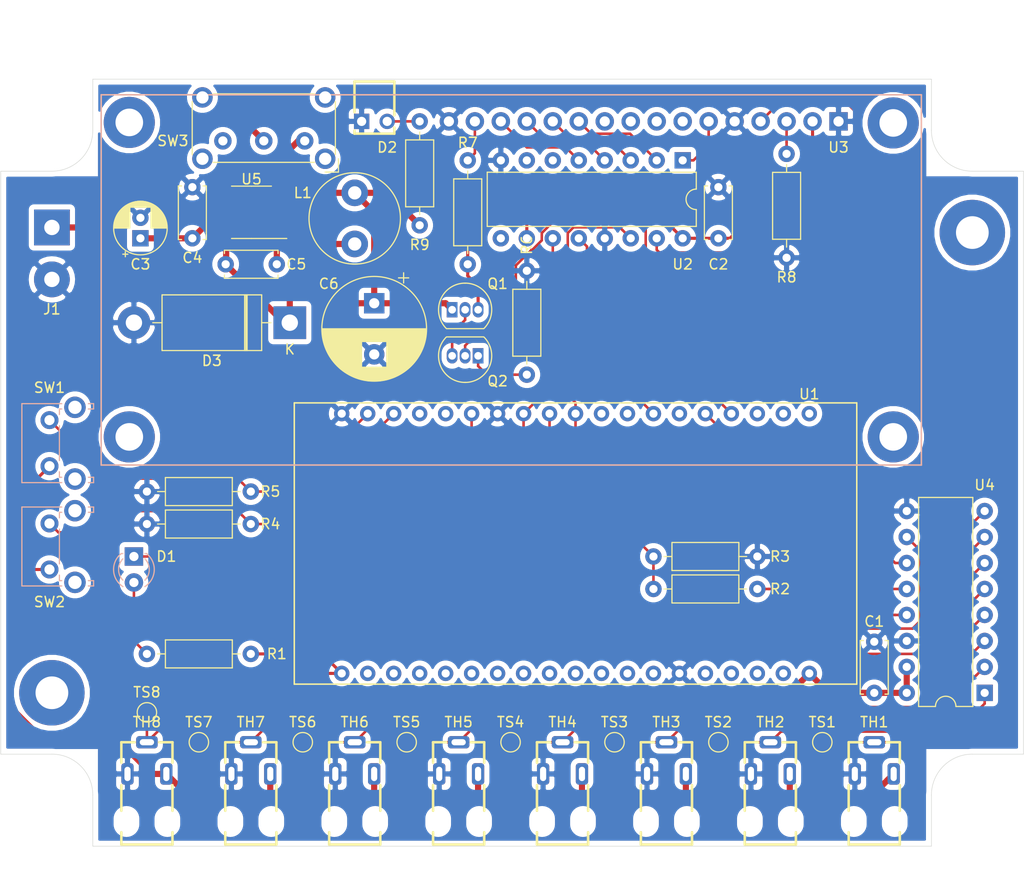
<source format=kicad_pcb>
(kicad_pcb (version 20171130) (host pcbnew "(5.1.5)-2")
  (title_block (title BBSensor) (date 2019-09-11) (rev V1.0) (comment 1 "Sensor and processing board for BBQ Sensor"))
  (layers (0 F.Cu signal) (31 B.Cu signal) (34 B.Paste user) (35 F.Paste user) (36 B.SilkS user) (37 F.SilkS user) (38 B.Mask user) (39 F.Mask user) (44 Edge.Cuts user))
  (net 0 "")
  (net 1 GND)
  (net 2 +5V)
  (net 3 "Net-(D1-Pad2)")
  (net 4 "Net-(D1-Pad1)")
  (net 5 "Net-(Q1-Pad2)")
  (net 6 +3V3)
  (net 7 /MISO_5V)
  (net 8 /MISO)
  (net 9 "Net-(R4-Pad1)")
  (net 10 "Net-(R5-Pad1)")
  (net 11 "Net-(R7-Pad2)")
  (net 12 "Net-(R8-Pad1)")
  (net 13 /SIGNAL1)
  (net 14 /SIGNAL2)
  (net 15 /SIGNAL3)
  (net 16 /SIGNAL4)
  (net 17 /SIGNAL5)
  (net 18 /SIGNAL6)
  (net 19 /SIGNAL7)
  (net 20 /SIGNAL8)
  (net 21 "Net-(U1-Pad38)")
  (net 22 /MOSI)
  (net 23 "Net-(U1-Pad36)")
  (net 24 "Net-(U1-Pad23)")
  (net 25 "Net-(U1-Pad24)")
  (net 26 /CS1)
  (net 27 /SCLK)
  (net 28 "Net-(U1-Pad37)")
  (net 29 "Net-(U1-Pad33)")
  (net 30 /CS2)
  (net 31 "Net-(U1-Pad31)")
  (net 32 "Net-(U1-Pad30)")
  (net 33 "Net-(U1-Pad17)")
  (net 34 "Net-(U1-Pad2)")
  (net 35 "Net-(U1-Pad3)")
  (net 36 "Net-(U1-Pad4)")
  (net 37 "Net-(U1-Pad5)")
  (net 38 "Net-(U1-Pad6)")
  (net 39 "Net-(U1-Pad7)")
  (net 40 "Net-(U1-Pad8)")
  (net 41 "Net-(U1-Pad18)")
  (net 42 "Net-(U1-Pad16)")
  (net 43 "Net-(U1-Pad15)")
  (net 44 "Net-(U1-Pad13)")
  (net 45 "Net-(U1-Pad12)")
  (net 46 "Net-(U1-Pad11)")
  (net 47 "Net-(U1-Pad10)")
  (net 48 "Net-(U1-Pad9)")
  (net 49 /RS)
  (net 50 "Net-(U2-Pad7)")
  (net 51 "Net-(U2-Pad6)")
  (net 52 /DB7)
  (net 53 /DB6)
  (net 54 /DB5)
  (net 55 /DB4)
  (net 56 "Net-(U2-Pad9)")
  (net 57 /ENABLE)
  (net 58 "Net-(U3-Pad10)")
  (net 59 "Net-(U3-Pad9)")
  (net 60 "Net-(U3-Pad8)")
  (net 61 "Net-(U3-Pad7)")
  (net 62 /VDISP)
  (net 63 "Net-(Q2-Pad1)")
  (net 64 "Net-(Q2-Pad2)")
  (net 65 /VIN)
  (net 66 "Net-(C5-Pad2)")
  (net 67 "Net-(C5-Pad1)")
  (net 68 "Net-(D2-Pad2)")
  (net 69 /VPOWER)
  (net 70 "Net-(SW3-Pad3)")
  (net 71 "Net-(U5-Pad3)")
  (net 72 "Net-(U5-Pad2)")
  (net 73 "Net-(U5-Pad5)")
  (module Package_SO:SOIC-8_3.9x4.9mm_P1.27mm (layer F.Cu) (at 44.515 33.02 180)
    (fp_text reference U5 (at 0.0015 3.2385) (layer F.SilkS))
    (fp_text value LM2672M-5.0)
    (pad 8 smd roundrect (at 2.475 -1.905 180) (size 1.95 0.6) (layers F.Cu F.Paste F.Mask) (net 67 "Net-(C5-Pad1)"))
    (pad 7 smd roundrect (at 2.475 -0.635 180) (size 1.95 0.6) (layers F.Cu F.Paste F.Mask) (net 65 /VIN))
    (pad 6 smd roundrect (at 2.475 0.635 180) (size 1.95 0.6) (layers F.Cu F.Paste F.Mask) (net 1 GND))
    (pad 5 smd roundrect (at 2.475 1.905 180) (size 1.95 0.6) (layers F.Cu F.Paste F.Mask) (net 73 "Net-(U5-Pad5)"))
    (pad 4 smd roundrect (at -2.475 1.905 180) (size 1.95 0.6) (layers F.Cu F.Paste F.Mask) (net 2 +5V))
    (pad 3 smd roundrect (at -2.475 0.635 180) (size 1.95 0.6) (layers F.Cu F.Paste F.Mask) (net 71 "Net-(U5-Pad3)"))
    (pad 2 smd roundrect (at -2.475 -0.635 180) (size 1.95 0.6) (layers F.Cu F.Paste F.Mask) (net 72 "Net-(U5-Pad2)"))
    (pad 1 smd roundrect (at -2.475 -1.905 180) (size 1.95 0.6) (layers F.Cu F.Paste F.Mask) (net 66 "Net-(C5-Pad2)"))
  )
  (module Button_Switch_THT:SW_E-Switch_EG1224_SPDT_Angled (layer F.Cu) (at 49.72 26.035 180)
    (fp_text reference SW3 (at 12.89 0) (layer F.SilkS))
    (fp_text value SW_SPDT)
    (pad 3 thru_hole circle (at 8 0 180) (size 1.7 1.7) (drill 0.9) (layers *.Cu *.Mask) (net 70 "Net-(SW3-Pad3)"))
    (pad 2 thru_hole circle (at 4 0 180) (size 1.7 1.7) (drill 0.9) (layers *.Cu *.Mask) (net 69 /VPOWER))
    (pad 1 thru_hole circle (at 0 0 180) (size 1.7 1.7) (drill 0.9) (layers *.Cu *.Mask) (net 65 /VIN))
    (pad "" thru_hole circle (at -2 4.25 180) (size 2 2) (drill 1.2) (layers *.Cu *.Mask))
    (pad "" thru_hole circle (at 10 4.25 180) (size 2 2) (drill 1.2) (layers *.Cu *.Mask))
    (pad "" thru_hole circle (at 10 -1.75 180) (size 2 2) (drill 1.2) (layers *.Cu *.Mask))
    (pad "" thru_hole circle (at -2 -1.75 180) (size 2 2) (drill 1.2) (layers *.Cu *.Mask))
  )
  (module Resistor_THT:R_Axial_DIN0207_L6.3mm_D2.5mm_P10.16mm_Horizontal (layer F.Cu) (at 60.96 34.29 90)
    (fp_text reference R9 (at -1.905 0 180) (layer F.SilkS))
    (fp_text value 220)
    (pad 2 thru_hole oval (at 10.16 0 90) (size 1.6 1.6) (drill 0.8) (layers *.Cu *.Mask) (net 68 "Net-(D2-Pad2)"))
    (pad 1 thru_hole circle (at 0 0 90) (size 1.6 1.6) (drill 0.8) (layers *.Cu *.Mask) (net 2 +5V))
  )
  (module Inductor_THT:L_Radial_D8.7mm_P5.00mm_Fastron_07HCP (layer F.Cu) (at 54.61 36.115 90)
    (fp_text reference L1 (at 5 -5.08 180) (layer F.SilkS))
    (fp_text value 47u)
    (pad 2 thru_hole circle (at 5 0 90) (size 2.6 2.6) (drill 1.3) (layers *.Cu *.Mask) (net 2 +5V))
    (pad 1 thru_hole circle (at 0 0 90) (size 2.6 2.6) (drill 1.3) (layers *.Cu *.Mask) (net 67 "Net-(C5-Pad1)"))
  )
  (module Connector_Wire:SolderWirePad_1x02_P5.08mm_Drill1.5mm (layer F.Cu) (at 25 34.5 270)
    (fp_text reference J1 (at 8 0 180) (layer F.SilkS))
    (fp_text value POWER)
    (pad 2 thru_hole circle (at 5.08 0 270) (size 3.50012 3.50012) (drill 1.50114) (layers *.Cu *.Mask) (net 1 GND))
    (pad 1 thru_hole rect (at 0 0 270) (size 3.50012 3.50012) (drill 1.50114) (layers *.Cu *.Mask) (net 69 /VPOWER))
  )
  (module Diode_THT:D_DO-201AD_P15.24mm_Horizontal (layer F.Cu) (at 48.26 43.815 180)
    (fp_text reference D3 (at 7.62 -3.72) (layer F.SilkS))
    (fp_text value 1N5822)
    (fp_text user K (at 0 -2.6) (layer F.SilkS))
    (pad 2 thru_hole oval (at 15.24 0 180) (size 3.2 3.2) (drill 1.6) (layers *.Cu *.Mask) (net 1 GND))
    (pad 1 thru_hole rect (at 0 0 180) (size 3.2 3.2) (drill 1.6) (layers *.Cu *.Mask) (net 67 "Net-(C5-Pad1)"))
  )
  (module VCC:5600F (layer F.Cu) (at 56.535 20.13)
    (fp_text reference D2 (at 1.25 6.54) (layer F.SilkS))
    (fp_text value POWER)
    (pad 2 thru_hole circle (at 1.25 4) (size 1.5 1.5) (drill 0.9) (layers *.Cu *.Mask) (net 68 "Net-(D2-Pad2)"))
    (pad 1 thru_hole rect (at -1.25 4) (size 1.5 1.5) (drill 0.9) (layers *.Cu *.Mask) (net 1 GND))
  )
  (module Capacitor_THT:CP_Radial_D10.0mm_P5.00mm (layer F.Cu) (at 56.515 41.91 270)
    (fp_text reference C6 (at -1.905 4.445 180) (layer F.SilkS))
    (fp_text value 68u)
    (pad 2 thru_hole circle (at 5 0 270) (size 2 2) (drill 1) (layers *.Cu *.Mask) (net 1 GND))
    (pad 1 thru_hole rect (at 0 0 270) (size 2 2) (drill 1) (layers *.Cu *.Mask) (net 2 +5V))
  )
  (module Capacitor_THT:C_Disc_D5.0mm_W2.5mm_P5.00mm (layer F.Cu) (at 41.99 38.1)
    (fp_text reference C5 (at 6.905 0) (layer F.SilkS))
    (fp_text value 10n)
    (pad 2 thru_hole circle (at 5 0) (size 1.6 1.6) (drill 0.8) (layers *.Cu *.Mask) (net 66 "Net-(C5-Pad2)"))
    (pad 1 thru_hole circle (at 0 0) (size 1.6 1.6) (drill 0.8) (layers *.Cu *.Mask) (net 67 "Net-(C5-Pad1)"))
  )
  (module Capacitor_THT:C_Disc_D5.0mm_W2.5mm_P5.00mm (layer F.Cu) (at 38.735 35.56 90)
    (fp_text reference C4 (at -1.905 0 180) (layer F.SilkS))
    (fp_text value 100n)
    (pad 2 thru_hole circle (at 5 0 90) (size 1.6 1.6) (drill 0.8) (layers *.Cu *.Mask) (net 1 GND))
    (pad 1 thru_hole circle (at 0 0 90) (size 1.6 1.6) (drill 0.8) (layers *.Cu *.Mask) (net 65 /VIN))
  )
  (module Capacitor_THT:CP_Radial_D5.0mm_P2.00mm (layer F.Cu) (at 33.655 35.56 90)
    (fp_text reference C3 (at -2.54 0 180) (layer F.SilkS))
    (fp_text value 100u)
    (pad 2 thru_hole circle (at 2 0 90) (size 1.6 1.6) (drill 0.8) (layers *.Cu *.Mask) (net 1 GND))
    (pad 1 thru_hole rect (at 0 0 90) (size 1.6 1.6) (drill 0.8) (layers *.Cu *.Mask) (net 65 /VIN))
  )
  (module Collection:ESP-32_NodeMCU (layer F.Cu) (at 76.2 65.405 90)
    (fp_text reference U1 (at 14.605 22.86 180) (layer F.SilkS))
    (fp_text value ESP-32_NodeMCU)
    (pad 38 thru_hole circle (at 12.7 22.86 90) (size 1.5 1.5) (drill 0.8) (layers *.Cu *.Mask) (net 21 "Net-(U1-Pad38)"))
    (pad 29 thru_hole circle (at 12.7 0 90) (size 1.5 1.5) (drill 0.8) (layers *.Cu *.Mask) (net 22 /MOSI))
    (pad 28 thru_hole circle (at 12.7 -2.54 90) (size 1.5 1.5) (drill 0.8) (layers *.Cu *.Mask) (net 7 /MISO_5V))
    (pad 36 thru_hole circle (at 12.7 17.78 90) (size 1.5 1.5) (drill 0.8) (layers *.Cu *.Mask) (net 23 "Net-(U1-Pad36)"))
    (pad 20 thru_hole circle (at 12.7 -22.86 90) (size 1.5 1.5) (drill 0.8) (layers *.Cu *.Mask) (net 1 GND))
    (pad 21 thru_hole circle (at 12.7 -20.32 90) (size 1.5 1.5) (drill 0.8) (layers *.Cu *.Mask) (net 10 "Net-(R5-Pad1)"))
    (pad 22 thru_hole circle (at 12.7 -17.78 90) (size 1.5 1.5) (drill 0.8) (layers *.Cu *.Mask) (net 9 "Net-(R4-Pad1)"))
    (pad 23 thru_hole circle (at 12.7 -15.24 90) (size 1.5 1.5) (drill 0.8) (layers *.Cu *.Mask) (net 24 "Net-(U1-Pad23)"))
    (pad 24 thru_hole circle (at 12.7 -12.7 90) (size 1.5 1.5) (drill 0.8) (layers *.Cu *.Mask) (net 25 "Net-(U1-Pad24)"))
    (pad 25 thru_hole circle (at 12.7 -10.16 90) (size 1.5 1.5) (drill 0.8) (layers *.Cu *.Mask) (net 26 /CS1))
    (pad 26 thru_hole circle (at 12.7 -7.62 90) (size 1.5 1.5) (drill 0.8) (layers *.Cu *.Mask) (net 1 GND))
    (pad 27 thru_hole circle (at 12.7 -5.08 90) (size 1.5 1.5) (drill 0.8) (layers *.Cu *.Mask) (net 27 /SCLK))
    (pad 37 thru_hole circle (at 12.7 20.32 90) (size 1.5 1.5) (drill 0.8) (layers *.Cu *.Mask) (net 28 "Net-(U1-Pad37)"))
    (pad 35 thru_hole circle (at 12.7 15.24 90) (size 1.5 1.5) (drill 0.8) (layers *.Cu *.Mask) (net 64 "Net-(Q2-Pad2)"))
    (pad 34 thru_hole circle (at 12.7 12.7 90) (size 1.5 1.5) (drill 0.8) (layers *.Cu *.Mask) (net 4 "Net-(D1-Pad1)"))
    (pad 33 thru_hole circle (at 12.7 10.16 90) (size 1.5 1.5) (drill 0.8) (layers *.Cu *.Mask) (net 29 "Net-(U1-Pad33)"))
    (pad 32 thru_hole circle (at 12.7 7.62 90) (size 1.5 1.5) (drill 0.8) (layers *.Cu *.Mask) (net 30 /CS2))
    (pad 31 thru_hole circle (at 12.7 5.08 90) (size 1.5 1.5) (drill 0.8) (layers *.Cu *.Mask) (net 31 "Net-(U1-Pad31)"))
    (pad 30 thru_hole circle (at 12.7 2.54 90) (size 1.5 1.5) (drill 0.8) (layers *.Cu *.Mask) (net 32 "Net-(U1-Pad30)"))
    (pad 19 thru_hole circle (at -12.7 22.86 90) (size 1.5 1.5) (drill 0.8) (layers *.Cu *.Mask) (net 2 +5V))
    (pad 17 thru_hole circle (at -12.7 17.78 90) (size 1.5 1.5) (drill 0.8) (layers *.Cu *.Mask) (net 33 "Net-(U1-Pad17)"))
    (pad 1 thru_hole circle (at -12.7 -22.86 90) (size 1.5 1.5) (drill 0.8) (layers *.Cu *.Mask) (net 6 +3V3))
    (pad 2 thru_hole circle (at -12.7 -20.32 90) (size 1.5 1.5) (drill 0.8) (layers *.Cu *.Mask) (net 34 "Net-(U1-Pad2)"))
    (pad 3 thru_hole circle (at -12.7 -17.78 90) (size 1.5 1.5) (drill 0.8) (layers *.Cu *.Mask) (net 35 "Net-(U1-Pad3)"))
    (pad 4 thru_hole circle (at -12.7 -15.24 90) (size 1.5 1.5) (drill 0.8) (layers *.Cu *.Mask) (net 36 "Net-(U1-Pad4)"))
    (pad 5 thru_hole circle (at -12.7 -12.7 90) (size 1.5 1.5) (drill 0.8) (layers *.Cu *.Mask) (net 37 "Net-(U1-Pad5)"))
    (pad 6 thru_hole circle (at -12.7 -10.16 90) (size 1.5 1.5) (drill 0.8) (layers *.Cu *.Mask) (net 38 "Net-(U1-Pad6)"))
    (pad 7 thru_hole circle (at -12.7 -7.62 90) (size 1.5 1.5) (drill 0.8) (layers *.Cu *.Mask) (net 39 "Net-(U1-Pad7)"))
    (pad 8 thru_hole circle (at -12.7 -5.08 90) (size 1.5 1.5) (drill 0.8) (layers *.Cu *.Mask) (net 40 "Net-(U1-Pad8)"))
    (pad 18 thru_hole circle (at -12.7 20.32 90) (size 1.5 1.5) (drill 0.8) (layers *.Cu *.Mask) (net 41 "Net-(U1-Pad18)"))
    (pad 16 thru_hole circle (at -12.7 15.24 90) (size 1.5 1.5) (drill 0.8) (layers *.Cu *.Mask) (net 42 "Net-(U1-Pad16)"))
    (pad 15 thru_hole circle (at -12.7 12.7 90) (size 1.5 1.5) (drill 0.8) (layers *.Cu *.Mask) (net 43 "Net-(U1-Pad15)"))
    (pad 14 thru_hole circle (at -12.7 10.16 90) (size 1.5 1.5) (drill 0.8) (layers *.Cu *.Mask) (net 1 GND))
    (pad 13 thru_hole circle (at -12.7 7.62 90) (size 1.5 1.5) (drill 0.8) (layers *.Cu *.Mask) (net 44 "Net-(U1-Pad13)"))
    (pad 12 thru_hole circle (at -12.7 5.08 90) (size 1.5 1.5) (drill 0.8) (layers *.Cu *.Mask) (net 45 "Net-(U1-Pad12)"))
    (pad 11 thru_hole circle (at -12.7 2.54 90) (size 1.5 1.5) (drill 0.8) (layers *.Cu *.Mask) (net 46 "Net-(U1-Pad11)"))
    (pad 10 thru_hole circle (at -12.7 0 90) (size 1.5 1.5) (drill 0.8) (layers *.Cu *.Mask) (net 47 "Net-(U1-Pad10)"))
    (pad 9 thru_hole circle (at -12.7 -2.54 90) (size 1.5 1.5) (drill 0.8) (layers *.Cu *.Mask) (net 48 "Net-(U1-Pad9)"))
  )
  (module Package_TO_SOT_THT:TO-92_Inline (layer F.Cu) (at 66.675 47.0535 180)
    (fp_text reference Q2 (at -1.905 -2.4765) (layer F.SilkS))
    (fp_text value S8050)
    (pad 1 thru_hole rect (at 0 0 180) (size 1.05 1.5) (drill 0.75) (layers *.Cu *.Mask) (net 63 "Net-(Q2-Pad1)"))
    (pad 3 thru_hole oval (at 2.54 0 180) (size 1.05 1.5) (drill 0.75) (layers *.Cu *.Mask) (net 5 "Net-(Q1-Pad2)"))
    (pad 2 thru_hole oval (at 1.27 0 180) (size 1.05 1.5) (drill 0.75) (layers *.Cu *.Mask) (net 64 "Net-(Q2-Pad2)"))
  )
  (module Collection:HD44780_LCD_2x16 (layer B.Cu) (at 69.9175 39.63 180)
    (fp_text reference U3 (at -32 12.96) (layer F.SilkS))
    (fp_text value HD44780)
    (pad 16 thru_hole circle (at 6.1 15.5 180) (size 1.8 1.8) (drill 1) (layers *.Cu *.Mask) (net 1 GND))
    (pad 15 thru_hole circle (at 3.56 15.5 180) (size 1.8 1.8) (drill 1) (layers *.Cu *.Mask) (net 11 "Net-(R7-Pad2)"))
    (pad 14 thru_hole circle (at 1.02 15.5 180) (size 1.8 1.8) (drill 1) (layers *.Cu *.Mask) (net 52 /DB7))
    (pad 13 thru_hole circle (at -1.52 15.5 180) (size 1.8 1.8) (drill 1) (layers *.Cu *.Mask) (net 53 /DB6))
    (pad 12 thru_hole circle (at -4.06 15.5 180) (size 1.8 1.8) (drill 1) (layers *.Cu *.Mask) (net 54 /DB5))
    (pad 11 thru_hole circle (at -6.6 15.5 180) (size 1.8 1.8) (drill 1) (layers *.Cu *.Mask) (net 55 /DB4))
    (pad 10 thru_hole circle (at -9.14 15.5 180) (size 1.8 1.8) (drill 1) (layers *.Cu *.Mask) (net 58 "Net-(U3-Pad10)"))
    (pad 9 thru_hole circle (at -11.68 15.5 180) (size 1.8 1.8) (drill 1) (layers *.Cu *.Mask) (net 59 "Net-(U3-Pad9)"))
    (pad 8 thru_hole circle (at -14.22 15.5 180) (size 1.8 1.8) (drill 1) (layers *.Cu *.Mask) (net 60 "Net-(U3-Pad8)"))
    (pad 7 thru_hole circle (at -16.76 15.5 180) (size 1.8 1.8) (drill 1) (layers *.Cu *.Mask) (net 61 "Net-(U3-Pad7)"))
    (pad 6 thru_hole circle (at -19.3 15.5 180) (size 1.8 1.8) (drill 1) (layers *.Cu *.Mask) (net 57 /ENABLE))
    (pad 5 thru_hole circle (at -21.84 15.5 180) (size 1.8 1.8) (drill 1) (layers *.Cu *.Mask) (net 1 GND))
    (pad 4 thru_hole circle (at -24.38 15.5 180) (size 1.8 1.8) (drill 1) (layers *.Cu *.Mask) (net 49 /RS))
    (pad 3 thru_hole circle (at -26.92 15.5 180) (size 1.8 1.8) (drill 1) (layers *.Cu *.Mask) (net 12 "Net-(R8-Pad1)"))
    (pad 2 thru_hole circle (at -29.46 15.5 180) (size 1.8 1.8) (drill 1) (layers *.Cu *.Mask) (net 62 /VDISP))
    (pad 1 thru_hole rect (at -32 15.5 180) (size 1.8 1.8) (drill 1) (layers *.Cu *.Mask) (net 1 GND))
    (pad "" np_thru_hole circle (at 37.35 -15.35 180) (size 5 5) (drill 2.7) (layers *.Cu *.Mask))
    (pad "" np_thru_hole circle (at -37.35 -15.35 180) (size 5 5) (drill 2.7) (layers *.Cu *.Mask))
    (pad "" np_thru_hole circle (at 37.35 15.4 180) (size 5 5) (drill 2.7) (layers *.Cu *.Mask))
    (pad "" np_thru_hole circle (at -37.35 15.35 180) (size 5 5) (drill 2.7) (layers *.Cu *.Mask))
  )
  (module Button_Switch_THT:SW_Tactile_SPST_Angled_PTS645Vx31-2LFS (layer B.Cu) (at 24.765 63.445 270)
    (fp_text reference SW2 (at 7.675 0) (layer F.SilkS))
    (fp_text value SW_Push)
    (pad "" thru_hole circle (at -1.25 -2.49 270) (size 2.1 2.1) (drill 1.3) (layers *.Cu *.Mask))
    (pad 1 thru_hole circle (at 0 0 270) (size 1.75 1.75) (drill 0.99) (layers *.Cu *.Mask) (net 9 "Net-(R4-Pad1)"))
    (pad 2 thru_hole circle (at 4.5 0 270) (size 1.75 1.75) (drill 0.99) (layers *.Cu *.Mask) (net 6 +3V3))
    (pad "" thru_hole circle (at 5.76 -2.49 270) (size 2.1 2.1) (drill 1.3) (layers *.Cu *.Mask))
  )
  (module Button_Switch_THT:SW_Tactile_SPST_Angled_PTS645Vx31-2LFS (layer B.Cu) (at 24.765 53.34 270)
    (fp_text reference SW1 (at -3.175 0) (layer F.SilkS))
    (fp_text value SW_Push)
    (pad "" thru_hole circle (at -1.25 -2.49 270) (size 2.1 2.1) (drill 1.3) (layers *.Cu *.Mask))
    (pad 1 thru_hole circle (at 0 0 270) (size 1.75 1.75) (drill 0.99) (layers *.Cu *.Mask) (net 10 "Net-(R5-Pad1)"))
    (pad 2 thru_hole circle (at 4.5 0 270) (size 1.75 1.75) (drill 0.99) (layers *.Cu *.Mask) (net 6 +3V3))
    (pad "" thru_hole circle (at 5.76 -2.49 270) (size 2.1 2.1) (drill 1.3) (layers *.Cu *.Mask))
  )
  (module LED_THT:LED_D3.0mm (layer B.Cu) (at 33.02 66.675 270)
    (fp_text reference D1 (at 0 -3.175) (layer F.SilkS))
    (fp_text value GREEN hide)
    (pad 2 thru_hole circle (at 2.54 0 270) (size 1.8 1.8) (drill 0.9) (layers *.Cu *.Mask) (net 3 "Net-(D1-Pad2)"))
    (pad 1 thru_hole rect (at 0 0 270) (size 1.8 1.8) (drill 0.9) (layers *.Cu *.Mask) (net 4 "Net-(D1-Pad1)"))
  )
  (module MountingHole:MountingHole_3.2mm_M3_Pad (layer F.Cu) (at 25 80)
    (fp_text reference ~ hide)
    (fp_text value MountingHole_3.2mm_M3_Pad)
    (pad ~ thru_hole circle (at 0 0) (size 6.4 6.4) (drill 3.2) (layers *.Cu *.Mask))
  )
  (module MountingHole:MountingHole_3.2mm_M3_Pad (layer F.Cu) (at 115 35)
    (fp_text reference ~ hide)
    (fp_text value MountingHole_3.2mm_M3_Pad)
    (pad ~ thru_hole circle (at 0 0) (size 6.4 6.4) (drill 3.2) (layers *.Cu *.Mask))
  )
  (module Package_DIP:DIP-16_W7.62mm (layer F.Cu) (at 116.205 80.01 180)
    (fp_text reference U4 (at 0 20.32) (layer F.SilkS))
    (fp_text value MCP3208)
    (pad 16 thru_hole oval (at 7.62 0 180) (size 1.6 1.6) (drill 0.8) (layers *.Cu *.Mask) (net 2 +5V))
    (pad 8 thru_hole oval (at 0 17.78 180) (size 1.6 1.6) (drill 0.8) (layers *.Cu *.Mask) (net 20 /SIGNAL8))
    (pad 15 thru_hole oval (at 7.62 2.54 180) (size 1.6 1.6) (drill 0.8) (layers *.Cu *.Mask) (net 2 +5V))
    (pad 7 thru_hole oval (at 0 15.24 180) (size 1.6 1.6) (drill 0.8) (layers *.Cu *.Mask) (net 19 /SIGNAL7))
    (pad 14 thru_hole oval (at 7.62 5.08 180) (size 1.6 1.6) (drill 0.8) (layers *.Cu *.Mask) (net 1 GND))
    (pad 6 thru_hole oval (at 0 12.7 180) (size 1.6 1.6) (drill 0.8) (layers *.Cu *.Mask) (net 18 /SIGNAL6))
    (pad 13 thru_hole oval (at 7.62 7.62 180) (size 1.6 1.6) (drill 0.8) (layers *.Cu *.Mask) (net 27 /SCLK))
    (pad 5 thru_hole oval (at 0 10.16 180) (size 1.6 1.6) (drill 0.8) (layers *.Cu *.Mask) (net 17 /SIGNAL5))
    (pad 12 thru_hole oval (at 7.62 10.16 180) (size 1.6 1.6) (drill 0.8) (layers *.Cu *.Mask) (net 8 /MISO))
    (pad 4 thru_hole oval (at 0 7.62 180) (size 1.6 1.6) (drill 0.8) (layers *.Cu *.Mask) (net 16 /SIGNAL4))
    (pad 11 thru_hole oval (at 7.62 12.7 180) (size 1.6 1.6) (drill 0.8) (layers *.Cu *.Mask) (net 22 /MOSI))
    (pad 3 thru_hole oval (at 0 5.08 180) (size 1.6 1.6) (drill 0.8) (layers *.Cu *.Mask) (net 15 /SIGNAL3))
    (pad 10 thru_hole oval (at 7.62 15.24 180) (size 1.6 1.6) (drill 0.8) (layers *.Cu *.Mask) (net 26 /CS1))
    (pad 2 thru_hole oval (at 0 2.54 180) (size 1.6 1.6) (drill 0.8) (layers *.Cu *.Mask) (net 14 /SIGNAL2))
    (pad 9 thru_hole oval (at 7.62 17.78 180) (size 1.6 1.6) (drill 0.8) (layers *.Cu *.Mask) (net 1 GND))
    (pad 1 thru_hole rect (at 0 0 180) (size 1.6 1.6) (drill 0.8) (layers *.Cu *.Mask) (net 13 /SIGNAL1))
  )
  (module Package_DIP:DIP-16_W7.62mm (layer F.Cu) (at 86.6775 27.94 270)
    (fp_text reference U2 (at 10.16 0 180) (layer F.SilkS))
    (fp_text value 74HC595)
    (pad 16 thru_hole oval (at 7.62 0 270) (size 1.6 1.6) (drill 0.8) (layers *.Cu *.Mask) (net 62 /VDISP))
    (pad 8 thru_hole oval (at 0 17.78 270) (size 1.6 1.6) (drill 0.8) (layers *.Cu *.Mask) (net 1 GND))
    (pad 15 thru_hole oval (at 7.62 2.54 270) (size 1.6 1.6) (drill 0.8) (layers *.Cu *.Mask) (net 49 /RS))
    (pad 7 thru_hole oval (at 0 15.24 270) (size 1.6 1.6) (drill 0.8) (layers *.Cu *.Mask) (net 50 "Net-(U2-Pad7)"))
    (pad 14 thru_hole oval (at 7.62 5.08 270) (size 1.6 1.6) (drill 0.8) (layers *.Cu *.Mask) (net 22 /MOSI))
    (pad 6 thru_hole oval (at 0 12.7 270) (size 1.6 1.6) (drill 0.8) (layers *.Cu *.Mask) (net 51 "Net-(U2-Pad6)"))
    (pad 13 thru_hole oval (at 7.62 7.62 270) (size 1.6 1.6) (drill 0.8) (layers *.Cu *.Mask) (net 1 GND))
    (pad 5 thru_hole oval (at 0 10.16 270) (size 1.6 1.6) (drill 0.8) (layers *.Cu *.Mask) (net 52 /DB7))
    (pad 12 thru_hole oval (at 7.62 10.16 270) (size 1.6 1.6) (drill 0.8) (layers *.Cu *.Mask) (net 30 /CS2))
    (pad 4 thru_hole oval (at 0 7.62 270) (size 1.6 1.6) (drill 0.8) (layers *.Cu *.Mask) (net 53 /DB6))
    (pad 11 thru_hole oval (at 7.62 12.7 270) (size 1.6 1.6) (drill 0.8) (layers *.Cu *.Mask) (net 27 /SCLK))
    (pad 3 thru_hole oval (at 0 5.08 270) (size 1.6 1.6) (drill 0.8) (layers *.Cu *.Mask) (net 54 /DB5))
    (pad 10 thru_hole oval (at 7.62 15.24 270) (size 1.6 1.6) (drill 0.8) (layers *.Cu *.Mask) (net 62 /VDISP))
    (pad 2 thru_hole oval (at 0 2.54 270) (size 1.6 1.6) (drill 0.8) (layers *.Cu *.Mask) (net 55 /DB4))
    (pad 9 thru_hole oval (at 7.62 17.78 270) (size 1.6 1.6) (drill 0.8) (layers *.Cu *.Mask) (net 56 "Net-(U2-Pad9)"))
    (pad 1 thru_hole rect (at 0 0 270) (size 1.6 1.6) (drill 0.8) (layers *.Cu *.Mask) (net 57 /ENABLE))
  )
  (module TestPoint:TestPoint_Pad_D1.5mm (layer F.Cu) (at 34.29 81.915)
    (fp_text reference TS8 (at 0 -1.9685) (layer F.SilkS))
    (fp_text value TestPoint)
    (pad 1 smd circle (at 0 0) (size 1.5 1.5) (layers F.Cu F.Mask) (net 20 /SIGNAL8))
  )
  (module TestPoint:TestPoint_Pad_D1.5mm (layer F.Cu) (at 39.37 84.836)
    (fp_text reference TS7 (at 0 -1.9685) (layer F.SilkS))
    (fp_text value TestPoint)
    (pad 1 smd circle (at 0 0) (size 1.5 1.5) (layers F.Cu F.Mask) (net 19 /SIGNAL7))
  )
  (module TestPoint:TestPoint_Pad_D1.5mm (layer F.Cu) (at 49.53 84.836)
    (fp_text reference TS6 (at 0 -1.9685) (layer F.SilkS))
    (fp_text value TestPoint)
    (pad 1 smd circle (at 0 0) (size 1.5 1.5) (layers F.Cu F.Mask) (net 18 /SIGNAL6))
  )
  (module TestPoint:TestPoint_Pad_D1.5mm (layer F.Cu) (at 59.69 84.836)
    (fp_text reference TS5 (at 0 -1.9685) (layer F.SilkS))
    (fp_text value TestPoint)
    (pad 1 smd circle (at 0 0) (size 1.5 1.5) (layers F.Cu F.Mask) (net 17 /SIGNAL5))
  )
  (module TestPoint:TestPoint_Pad_D1.5mm (layer F.Cu) (at 69.85 84.836)
    (fp_text reference TS4 (at 0 -1.9685) (layer F.SilkS))
    (fp_text value TestPoint)
    (pad 1 smd circle (at 0 0) (size 1.5 1.5) (layers F.Cu F.Mask) (net 16 /SIGNAL4))
  )
  (module TestPoint:TestPoint_Pad_D1.5mm (layer F.Cu) (at 80.01 84.836)
    (fp_text reference TS3 (at 0 -1.9685) (layer F.SilkS))
    (fp_text value TestPoint)
    (pad 1 smd circle (at 0 0) (size 1.5 1.5) (layers F.Cu F.Mask) (net 15 /SIGNAL3))
  )
  (module TestPoint:TestPoint_Pad_D1.5mm (layer F.Cu) (at 90.17 84.836)
    (fp_text reference TS2 (at 0 -1.9685) (layer F.SilkS))
    (fp_text value TestPoint)
    (pad 1 smd circle (at 0 0) (size 1.5 1.5) (layers F.Cu F.Mask) (net 14 /SIGNAL2))
  )
  (module TestPoint:TestPoint_Pad_D1.5mm (layer F.Cu) (at 100.33 84.836)
    (fp_text reference TS1 (at 0 -1.9685) (layer F.SilkS))
    (fp_text value TestPoint)
    (pad 1 smd circle (at 0 0) (size 1.5 1.5) (layers F.Cu F.Mask) (net 13 /SIGNAL1))
  )
  (module Lumberg:LUMBERG_1501_05 (layer F.Cu) (at 34.29 94.836 180)
    (fp_text reference TH8 (at 0 11.9685) (layer F.SilkS))
    (fp_text value AudioJack3)
    (pad R thru_hole roundrect (at -1.9 6.9 180) (size 1.2 2.1) (drill oval 0.6 1.4) (layers *.Cu *.Mask) (net 2 +5V))
    (pad T thru_hole roundrect (at 0 10 180) (size 2.1 1.2) (drill oval 1.4 0.6) (layers *.Cu *.Mask) (net 20 /SIGNAL8))
    (pad S thru_hole roundrect (at 1.9 6.9 180) (size 1.2 2.1) (drill oval 0.6 1.4) (layers *.Cu *.Mask) (net 1 GND))
    (pad "" np_thru_hole oval (at -2 2.25 180) (size 1.5 2) (drill oval 1.5 2) (layers *.Cu *.Mask))
    (pad "" np_thru_hole oval (at 2 2.25 180) (size 1.5 2) (drill oval 1.5 2) (layers *.Cu *.Mask))
  )
  (module Lumberg:LUMBERG_1501_05 (layer F.Cu) (at 44.45 94.836 180)
    (fp_text reference TH7 (at 0 11.9685) (layer F.SilkS))
    (fp_text value AudioJack3)
    (pad R thru_hole roundrect (at -1.9 6.9 180) (size 1.2 2.1) (drill oval 0.6 1.4) (layers *.Cu *.Mask) (net 2 +5V))
    (pad T thru_hole roundrect (at 0 10 180) (size 2.1 1.2) (drill oval 1.4 0.6) (layers *.Cu *.Mask) (net 19 /SIGNAL7))
    (pad S thru_hole roundrect (at 1.9 6.9 180) (size 1.2 2.1) (drill oval 0.6 1.4) (layers *.Cu *.Mask) (net 1 GND))
    (pad "" np_thru_hole oval (at -2 2.25 180) (size 1.5 2) (drill oval 1.5 2) (layers *.Cu *.Mask))
    (pad "" np_thru_hole oval (at 2 2.25 180) (size 1.5 2) (drill oval 1.5 2) (layers *.Cu *.Mask))
  )
  (module Lumberg:LUMBERG_1501_05 (layer F.Cu) (at 54.61 94.836 180)
    (fp_text reference TH6 (at 0 11.9685) (layer F.SilkS))
    (fp_text value AudioJack3)
    (pad R thru_hole roundrect (at -1.9 6.9 180) (size 1.2 2.1) (drill oval 0.6 1.4) (layers *.Cu *.Mask) (net 2 +5V))
    (pad T thru_hole roundrect (at 0 10 180) (size 2.1 1.2) (drill oval 1.4 0.6) (layers *.Cu *.Mask) (net 18 /SIGNAL6))
    (pad S thru_hole roundrect (at 1.9 6.9 180) (size 1.2 2.1) (drill oval 0.6 1.4) (layers *.Cu *.Mask) (net 1 GND))
    (pad "" np_thru_hole oval (at -2 2.25 180) (size 1.5 2) (drill oval 1.5 2) (layers *.Cu *.Mask))
    (pad "" np_thru_hole oval (at 2 2.25 180) (size 1.5 2) (drill oval 1.5 2) (layers *.Cu *.Mask))
  )
  (module Lumberg:LUMBERG_1501_05 (layer F.Cu) (at 64.77 94.836 180)
    (fp_text reference TH5 (at 0 11.9685) (layer F.SilkS))
    (fp_text value AudioJack3)
    (pad R thru_hole roundrect (at -1.9 6.9 180) (size 1.2 2.1) (drill oval 0.6 1.4) (layers *.Cu *.Mask) (net 2 +5V))
    (pad T thru_hole roundrect (at 0 10 180) (size 2.1 1.2) (drill oval 1.4 0.6) (layers *.Cu *.Mask) (net 17 /SIGNAL5))
    (pad S thru_hole roundrect (at 1.9 6.9 180) (size 1.2 2.1) (drill oval 0.6 1.4) (layers *.Cu *.Mask) (net 1 GND))
    (pad "" np_thru_hole oval (at -2 2.25 180) (size 1.5 2) (drill oval 1.5 2) (layers *.Cu *.Mask))
    (pad "" np_thru_hole oval (at 2 2.25 180) (size 1.5 2) (drill oval 1.5 2) (layers *.Cu *.Mask))
  )
  (module Lumberg:LUMBERG_1501_05 (layer F.Cu) (at 74.93 94.836 180)
    (fp_text reference TH4 (at 0 11.9685) (layer F.SilkS))
    (fp_text value AudioJack3)
    (pad R thru_hole roundrect (at -1.9 6.9 180) (size 1.2 2.1) (drill oval 0.6 1.4) (layers *.Cu *.Mask) (net 2 +5V))
    (pad T thru_hole roundrect (at 0 10 180) (size 2.1 1.2) (drill oval 1.4 0.6) (layers *.Cu *.Mask) (net 16 /SIGNAL4))
    (pad S thru_hole roundrect (at 1.9 6.9 180) (size 1.2 2.1) (drill oval 0.6 1.4) (layers *.Cu *.Mask) (net 1 GND))
    (pad "" np_thru_hole oval (at -2 2.25 180) (size 1.5 2) (drill oval 1.5 2) (layers *.Cu *.Mask))
    (pad "" np_thru_hole oval (at 2 2.25 180) (size 1.5 2) (drill oval 1.5 2) (layers *.Cu *.Mask))
  )
  (module Lumberg:LUMBERG_1501_05 (layer F.Cu) (at 85.09 94.836 180)
    (fp_text reference TH3 (at 0 11.9685) (layer F.SilkS))
    (fp_text value AudioJack3)
    (pad R thru_hole roundrect (at -1.9 6.9 180) (size 1.2 2.1) (drill oval 0.6 1.4) (layers *.Cu *.Mask) (net 2 +5V))
    (pad T thru_hole roundrect (at 0 10 180) (size 2.1 1.2) (drill oval 1.4 0.6) (layers *.Cu *.Mask) (net 15 /SIGNAL3))
    (pad S thru_hole roundrect (at 1.9 6.9 180) (size 1.2 2.1) (drill oval 0.6 1.4) (layers *.Cu *.Mask) (net 1 GND))
    (pad "" np_thru_hole oval (at -2 2.25 180) (size 1.5 2) (drill oval 1.5 2) (layers *.Cu *.Mask))
    (pad "" np_thru_hole oval (at 2 2.25 180) (size 1.5 2) (drill oval 1.5 2) (layers *.Cu *.Mask))
  )
  (module Lumberg:LUMBERG_1501_05 (layer F.Cu) (at 95.25 94.836 180)
    (fp_text reference TH2 (at 0 11.9685) (layer F.SilkS))
    (fp_text value AudioJack3)
    (pad R thru_hole roundrect (at -1.9 6.9 180) (size 1.2 2.1) (drill oval 0.6 1.4) (layers *.Cu *.Mask) (net 2 +5V))
    (pad T thru_hole roundrect (at 0 10 180) (size 2.1 1.2) (drill oval 1.4 0.6) (layers *.Cu *.Mask) (net 14 /SIGNAL2))
    (pad S thru_hole roundrect (at 1.9 6.9 180) (size 1.2 2.1) (drill oval 0.6 1.4) (layers *.Cu *.Mask) (net 1 GND))
    (pad "" np_thru_hole oval (at -2 2.25 180) (size 1.5 2) (drill oval 1.5 2) (layers *.Cu *.Mask))
    (pad "" np_thru_hole oval (at 2 2.25 180) (size 1.5 2) (drill oval 1.5 2) (layers *.Cu *.Mask))
  )
  (module Lumberg:LUMBERG_1501_05 (layer F.Cu) (at 105.41 94.836 180)
    (fp_text reference TH1 (at 0 11.9685) (layer F.SilkS))
    (fp_text value AudioJack3)
    (pad R thru_hole roundrect (at -1.9 6.9 180) (size 1.2 2.1) (drill oval 0.6 1.4) (layers *.Cu *.Mask) (net 2 +5V))
    (pad T thru_hole roundrect (at 0 10 180) (size 2.1 1.2) (drill oval 1.4 0.6) (layers *.Cu *.Mask) (net 13 /SIGNAL1))
    (pad S thru_hole roundrect (at 1.9 6.9 180) (size 1.2 2.1) (drill oval 0.6 1.4) (layers *.Cu *.Mask) (net 1 GND))
    (pad "" np_thru_hole oval (at -2 2.25 180) (size 1.5 2) (drill oval 1.5 2) (layers *.Cu *.Mask))
    (pad "" np_thru_hole oval (at 2 2.25 180) (size 1.5 2) (drill oval 1.5 2) (layers *.Cu *.Mask))
  )
  (module Resistor_THT:R_Axial_DIN0207_L6.3mm_D2.5mm_P10.16mm_Horizontal (layer F.Cu) (at 96.8375 27.305 270)
    (fp_text reference R8 (at 12.065 0 180) (layer F.SilkS))
    (fp_text value 2k)
    (pad 2 thru_hole oval (at 10.16 0 270) (size 1.6 1.6) (drill 0.8) (layers *.Cu *.Mask) (net 1 GND))
    (pad 1 thru_hole circle (at 0 0 270) (size 1.6 1.6) (drill 0.8) (layers *.Cu *.Mask) (net 12 "Net-(R8-Pad1)"))
  )
  (module Resistor_THT:R_Axial_DIN0207_L6.3mm_D2.5mm_P10.16mm_Horizontal (layer F.Cu) (at 65.659 38.1 90)
    (fp_text reference R7 (at 11.8745 0 180) (layer F.SilkS))
    (fp_text value 220)
    (pad 2 thru_hole oval (at 10.16 0 90) (size 1.6 1.6) (drill 0.8) (layers *.Cu *.Mask) (net 11 "Net-(R7-Pad2)"))
    (pad 1 thru_hole circle (at 0 0 90) (size 1.6 1.6) (drill 0.8) (layers *.Cu *.Mask) (net 62 /VDISP))
  )
  (module Resistor_THT:R_Axial_DIN0207_L6.3mm_D2.5mm_P10.16mm_Horizontal (layer F.Cu) (at 71.4375 48.895 90)
    (fp_text reference R6 (at 12.7 0 90) (layer F.SilkS))
    (fp_text value 270)
    (pad 2 thru_hole oval (at 10.16 0 90) (size 1.6 1.6) (drill 0.8) (layers *.Cu *.Mask) (net 1 GND))
    (pad 1 thru_hole circle (at 0 0 90) (size 1.6 1.6) (drill 0.8) (layers *.Cu *.Mask) (net 63 "Net-(Q2-Pad1)"))
  )
  (module Resistor_THT:R_Axial_DIN0207_L6.3mm_D2.5mm_P10.16mm_Horizontal (layer F.Cu) (at 44.45 60.325 180)
    (fp_text reference R5 (at -1.905 0) (layer F.SilkS))
    (fp_text value 2k2)
    (pad 2 thru_hole oval (at 10.16 0 180) (size 1.6 1.6) (drill 0.8) (layers *.Cu *.Mask) (net 1 GND))
    (pad 1 thru_hole circle (at 0 0 180) (size 1.6 1.6) (drill 0.8) (layers *.Cu *.Mask) (net 10 "Net-(R5-Pad1)"))
  )
  (module Resistor_THT:R_Axial_DIN0207_L6.3mm_D2.5mm_P10.16mm_Horizontal (layer F.Cu) (at 44.45 63.5 180)
    (fp_text reference R4 (at -1.905 0) (layer F.SilkS))
    (fp_text value 2k2)
    (pad 2 thru_hole oval (at 10.16 0 180) (size 1.6 1.6) (drill 0.8) (layers *.Cu *.Mask) (net 1 GND))
    (pad 1 thru_hole circle (at 0 0 180) (size 1.6 1.6) (drill 0.8) (layers *.Cu *.Mask) (net 9 "Net-(R4-Pad1)"))
  )
  (module Resistor_THT:R_Axial_DIN0207_L6.3mm_D2.5mm_P10.16mm_Horizontal (layer F.Cu) (at 83.82 66.675)
    (fp_text reference R3 (at 12.3825 0) (layer F.SilkS))
    (fp_text value 2k2)
    (pad 2 thru_hole oval (at 10.16 0) (size 1.6 1.6) (drill 0.8) (layers *.Cu *.Mask) (net 1 GND))
    (pad 1 thru_hole circle (at 0 0) (size 1.6 1.6) (drill 0.8) (layers *.Cu *.Mask) (net 7 /MISO_5V))
  )
  (module Resistor_THT:R_Axial_DIN0207_L6.3mm_D2.5mm_P10.16mm_Horizontal (layer F.Cu) (at 93.98 69.85 180)
    (fp_text reference R2 (at -2.2225 0) (layer F.SilkS))
    (fp_text value 1k)
    (pad 2 thru_hole oval (at 10.16 0 180) (size 1.6 1.6) (drill 0.8) (layers *.Cu *.Mask) (net 7 /MISO_5V))
    (pad 1 thru_hole circle (at 0 0 180) (size 1.6 1.6) (drill 0.8) (layers *.Cu *.Mask) (net 8 /MISO))
  )
  (module Resistor_THT:R_Axial_DIN0207_L6.3mm_D2.5mm_P10.16mm_Horizontal (layer F.Cu) (at 44.45 76.2 180)
    (fp_text reference R1 (at -2.54 0) (layer F.SilkS))
    (fp_text value 140)
    (pad 2 thru_hole oval (at 10.16 0 180) (size 1.6 1.6) (drill 0.8) (layers *.Cu *.Mask) (net 3 "Net-(D1-Pad2)"))
    (pad 1 thru_hole circle (at 0 0 180) (size 1.6 1.6) (drill 0.8) (layers *.Cu *.Mask) (net 6 +3V3))
  )
  (module Package_TO_SOT_THT:TO-92_Inline (layer F.Cu) (at 64.135 42.545)
    (fp_text reference Q1 (at 4.445 -2.54) (layer F.SilkS))
    (fp_text value S8550)
    (pad 1 thru_hole rect (at 0 0) (size 1.05 1.5) (drill 0.75) (layers *.Cu *.Mask) (net 2 +5V))
    (pad 3 thru_hole oval (at 2.54 0) (size 1.05 1.5) (drill 0.75) (layers *.Cu *.Mask) (net 62 /VDISP))
    (pad 2 thru_hole oval (at 1.27 0) (size 1.05 1.5) (drill 0.75) (layers *.Cu *.Mask) (net 5 "Net-(Q1-Pad2)"))
  )
  (module Capacitor_THT:C_Disc_D5.0mm_W2.5mm_P5.00mm (layer F.Cu) (at 90.17 35.56 90)
    (fp_text reference C2 (at -2.54 0 180) (layer F.SilkS))
    (fp_text value 100n)
    (pad 2 thru_hole circle (at 5 0 90) (size 1.6 1.6) (drill 0.8) (layers *.Cu *.Mask) (net 1 GND))
    (pad 1 thru_hole circle (at 0 0 90) (size 1.6 1.6) (drill 0.8) (layers *.Cu *.Mask) (net 62 /VDISP))
  )
  (module Capacitor_THT:C_Disc_D5.0mm_W2.5mm_P5.00mm (layer F.Cu) (at 105.41 80.01 90)
    (fp_text reference C1 (at 6.985 0 180) (layer F.SilkS))
    (fp_text value 100n)
    (pad 2 thru_hole circle (at 5 0 90) (size 1.6 1.6) (drill 0.8) (layers *.Cu *.Mask) (net 1 GND))
    (pad 1 thru_hole circle (at 0 0 90) (size 1.6 1.6) (drill 0.8) (layers *.Cu *.Mask) (net 2 +5V))
  )
  (gr_line (start 25 86) (end 20 86) (layer Edge.Cuts) (width 0.05))
  (gr_line (start 29 90) (end 29 95) (layer Edge.Cuts) (width 0.05))
  (gr_line (start 111 90) (end 111 95) (layer Edge.Cuts) (width 0.05))
  (gr_line (start 115 86) (end 120 86) (layer Edge.Cuts) (width 0.05))
  (gr_arc (start 115 90) (end 115 86) (angle -90) (layer Edge.Cuts) (width 0.05))
  (gr_arc (start 25 90) (end 29 90) (angle -90) (layer Edge.Cuts) (width 0.05))
  (gr_line (start 25 29) (end 20 29) (layer Edge.Cuts) (width 0.05))
  (gr_line (start 29 25) (end 29 20) (layer Edge.Cuts) (width 0.05))
  (gr_arc (start 25 25) (end 25 29) (angle -90) (layer Edge.Cuts) (width 0.05))
  (gr_line (start 115 29) (end 120 29) (layer Edge.Cuts) (width 0.05))
  (gr_line (start 111 25) (end 111 20) (layer Edge.Cuts) (width 0.05))
  (gr_arc (start 115 25) (end 111 25) (angle -90) (layer Edge.Cuts) (width 0.05))
  (gr_line (start 120 29) (end 120 86) (layer Edge.Cuts) (width 0.05))
  (gr_line (start 20 29) (end 20 86) (layer Edge.Cuts) (width 0.05))
  (gr_line (start 29 95) (end 111 95) (layer Edge.Cuts) (width 0.05))
  (gr_line (start 29 20) (end 111 20) (layer Edge.Cuts) (width 0.05))
  (segment (start 40.56 32.385) (end 42.04 32.385) (width 0.25) (layer F.Cu) (net 1))
  (segment (start 38.735 30.56) (end 40.56 32.385) (width 0.25) (layer F.Cu) (net 1))
  (segment (start 46.99 31.115) (end 54.61 31.115) (width 0.6) (layer F.Cu) (net 2))
  (segment (start 57.785 31.115) (end 60.96 34.29) (width 0.6) (layer F.Cu) (net 2))
  (segment (start 54.61 31.115) (end 57.785 31.115) (width 0.6) (layer F.Cu) (net 2))
  (segment (start 63.5 41.91) (end 64.135 42.545) (width 0.6) (layer F.Cu) (net 2))
  (segment (start 56.515 41.91) (end 63.5 41.91) (width 0.6) (layer F.Cu) (net 2))
  (segment (start 56.515 33.02) (end 54.61 31.115) (width 0.6) (layer F.Cu) (net 2))
  (segment (start 56.515 41.91) (end 56.515 33.02) (width 0.6) (layer F.Cu) (net 2))
  (segment (start 108.585 77.47) (end 108.585 80.01) (width 0.6) (layer F.Cu) (net 2))
  (segment (start 105.41 80.01) (end 108.585 80.01) (width 0.6) (layer F.Cu) (net 2))
  (segment (start 105.076 90.17) (end 106.71 88.536) (width 0.6) (layer F.Cu) (net 2))
  (segment (start 36.19 87.936) (end 38.424 90.17) (width 0.6) (layer F.Cu) (net 2))
  (segment (start 106.71 88.536) (end 107.31 87.936) (width 0.6) (layer F.Cu) (net 2))
  (segment (start 97.15 90.165) (end 97.15 87.936) (width 0.6) (layer F.Cu) (net 2))
  (segment (start 97.155 90.17) (end 97.15 90.165) (width 0.6) (layer F.Cu) (net 2))
  (segment (start 97.155 90.17) (end 105.076 90.17) (width 0.6) (layer F.Cu) (net 2))
  (segment (start 86.99 90.165) (end 86.99 87.936) (width 0.6) (layer F.Cu) (net 2))
  (segment (start 86.995 90.17) (end 86.99 90.165) (width 0.6) (layer F.Cu) (net 2))
  (segment (start 86.995 90.17) (end 97.155 90.17) (width 0.6) (layer F.Cu) (net 2))
  (segment (start 76.83 90.165) (end 76.83 87.936) (width 0.6) (layer F.Cu) (net 2))
  (segment (start 76.835 90.17) (end 76.83 90.165) (width 0.6) (layer F.Cu) (net 2))
  (segment (start 76.835 90.17) (end 86.995 90.17) (width 0.6) (layer F.Cu) (net 2))
  (segment (start 66.67 90.165) (end 66.67 87.936) (width 0.6) (layer F.Cu) (net 2))
  (segment (start 66.675 90.17) (end 76.835 90.17) (width 0.6) (layer F.Cu) (net 2))
  (segment (start 66.675 90.17) (end 66.67 90.165) (width 0.6) (layer F.Cu) (net 2))
  (segment (start 56.515 90.17) (end 56.51 90.165) (width 0.6) (layer F.Cu) (net 2))
  (segment (start 56.51 90.165) (end 56.51 87.936) (width 0.6) (layer F.Cu) (net 2))
  (segment (start 56.515 90.17) (end 66.675 90.17) (width 0.6) (layer F.Cu) (net 2))
  (segment (start 46.355 90.17) (end 46.35 90.165) (width 0.6) (layer F.Cu) (net 2))
  (segment (start 46.35 90.165) (end 46.35 87.936) (width 0.6) (layer F.Cu) (net 2))
  (segment (start 46.355 90.17) (end 56.515 90.17) (width 0.6) (layer F.Cu) (net 2))
  (segment (start 38.424 90.17) (end 46.355 90.17) (width 0.6) (layer F.Cu) (net 2))
  (segment (start 35.59 87.936) (end 36.19 87.936) (width 0.6) (layer F.Cu) (net 2))
  (segment (start 31.3055 84.455) (end 34.7865 87.936) (width 0.6) (layer F.Cu) (net 2))
  (segment (start 34.7865 87.936) (end 35.59 87.936) (width 0.6) (layer F.Cu) (net 2))
  (segment (start 104.27863 80.01) (end 105.41 80.01) (width 0.6) (layer F.Cu) (net 2))
  (segment (start 99.06 78.105) (end 100.965 80.01) (width 0.6) (layer F.Cu) (net 2))
  (segment (start 100.965 80.01) (end 104.27863 80.01) (width 0.6) (layer F.Cu) (net 2))
  (segment (start 98.310001 78.854999) (end 99.06 78.105) (width 0.6) (layer F.Cu) (net 2))
  (segment (start 97.155 80.01) (end 98.310001 78.854999) (width 0.6) (layer F.Cu) (net 2))
  (segment (start 33.0835 80.01) (end 97.155 80.01) (width 0.6) (layer F.Cu) (net 2))
  (segment (start 31.3055 84.455) (end 31.3055 81.788) (width 0.6) (layer F.Cu) (net 2))
  (segment (start 31.3055 81.788) (end 33.0835 80.01) (width 0.6) (layer F.Cu) (net 2))
  (segment (start 23.978998 84.455) (end 31.3055 84.455) (width 0.6) (layer F.Cu) (net 2))
  (segment (start 20.955 81.431002) (end 23.978998 84.455) (width 0.6) (layer F.Cu) (net 2))
  (segment (start 54.915 41.91) (end 50.47 46.355) (width 0.6) (layer F.Cu) (net 2))
  (segment (start 50.47 46.355) (end 25.8445 46.355) (width 0.6) (layer F.Cu) (net 2))
  (segment (start 56.515 41.91) (end 54.915 41.91) (width 0.6) (layer F.Cu) (net 2))
  (segment (start 25.8445 46.355) (end 20.955 51.2445) (width 0.6) (layer F.Cu) (net 2))
  (segment (start 20.955 51.2445) (end 20.955 81.431002) (width 0.6) (layer F.Cu) (net 2))
  (segment (start 33.02 74.93) (end 34.29 76.2) (width 0.25) (layer F.Cu) (net 3))
  (segment (start 33.02 69.215) (end 33.02 74.93) (width 0.25) (layer F.Cu) (net 3))
  (segment (start 89.649999 53.454999) (end 88.9 52.705) (width 0.25) (layer F.Cu) (net 4))
  (segment (start 95.885 59.69) (end 89.649999 53.454999) (width 0.25) (layer F.Cu) (net 4))
  (segment (start 108.5215 59.69) (end 95.885 59.69) (width 0.25) (layer F.Cu) (net 4))
  (segment (start 110.49 61.6585) (end 108.5215 59.69) (width 0.25) (layer F.Cu) (net 4))
  (segment (start 42.581765 66.675) (end 52.106765 76.2) (width 0.25) (layer F.Cu) (net 4))
  (segment (start 33.02 66.675) (end 42.581765 66.675) (width 0.25) (layer F.Cu) (net 4))
  (segment (start 52.106765 76.2) (end 109.347 76.2) (width 0.25) (layer F.Cu) (net 4))
  (segment (start 110.49 75.057) (end 110.49 61.6585) (width 0.25) (layer F.Cu) (net 4))
  (segment (start 109.347 76.2) (end 110.49 75.057) (width 0.25) (layer F.Cu) (net 4))
  (segment (start 64.135 46.0535) (end 64.135 47.0535) (width 0.25) (layer F.Cu) (net 5))
  (segment (start 64.135 44.815) (end 64.135 46.0535) (width 0.25) (layer F.Cu) (net 5))
  (segment (start 65.405 43.545) (end 64.135 44.815) (width 0.25) (layer F.Cu) (net 5))
  (segment (start 65.405 42.545) (end 65.405 43.545) (width 0.25) (layer F.Cu) (net 5))
  (segment (start 51.435 76.2) (end 53.34 78.105) (width 0.3) (layer F.Cu) (net 6))
  (segment (start 44.45 76.2) (end 51.435 76.2) (width 0.3) (layer F.Cu) (net 6))
  (segment (start 52.27934 78.105) (end 53.34 78.105) (width 0.3) (layer F.Cu) (net 6))
  (segment (start 24.765 57.8485) (end 22.86 59.7535) (width 0.3) (layer F.Cu) (net 6))
  (segment (start 29.6545 78.105) (end 52.27934 78.105) (width 0.3) (layer F.Cu) (net 6))
  (segment (start 24.765 57.84) (end 24.765 57.8485) (width 0.3) (layer F.Cu) (net 6))
  (segment (start 22.86 71.3105) (end 29.6545 78.105) (width 0.3) (layer F.Cu) (net 6))
  (segment (start 22.86 67.945) (end 24.765 67.945) (width 0.3) (layer F.Cu) (net 6))
  (segment (start 22.86 67.945) (end 22.86 71.3105) (width 0.3) (layer F.Cu) (net 6))
  (segment (start 22.86 59.7535) (end 22.86 67.945) (width 0.3) (layer F.Cu) (net 6))
  (segment (start 83.82 67.80637) (end 83.82 69.85) (width 0.25) (layer F.Cu) (net 7))
  (segment (start 83.82 66.675) (end 83.82 67.80637) (width 0.25) (layer F.Cu) (net 7))
  (segment (start 73.66 56.515) (end 83.82 66.675) (width 0.25) (layer F.Cu) (net 7))
  (segment (start 73.66 52.705) (end 73.66 56.515) (width 0.25) (layer F.Cu) (net 7))
  (segment (start 95.11137 69.85) (end 108.585 69.85) (width 0.25) (layer F.Cu) (net 8))
  (segment (start 93.98 69.85) (end 95.11137 69.85) (width 0.25) (layer F.Cu) (net 8))
  (segment (start 43.650001 62.700001) (end 44.45 63.5) (width 0.25) (layer F.Cu) (net 9))
  (segment (start 25.639999 64.319999) (end 28.390001 64.319999) (width 0.25) (layer F.Cu) (net 9))
  (segment (start 28.390001 64.319999) (end 30.48 62.23) (width 0.25) (layer F.Cu) (net 9))
  (segment (start 43.18 62.23) (end 43.650001 62.700001) (width 0.25) (layer F.Cu) (net 9))
  (segment (start 24.765 63.445) (end 25.639999 64.319999) (width 0.25) (layer F.Cu) (net 9))
  (segment (start 30.48 62.23) (end 43.18 62.23) (width 0.25) (layer F.Cu) (net 9))
  (segment (start 47.625 63.5) (end 58.42 52.705) (width 0.25) (layer F.Cu) (net 9))
  (segment (start 44.45 63.5) (end 47.625 63.5) (width 0.25) (layer F.Cu) (net 9))
  (segment (start 43.650001 59.525001) (end 44.45 60.325) (width 0.25) (layer F.Cu) (net 10))
  (segment (start 43.18 59.055) (end 43.650001 59.525001) (width 0.25) (layer F.Cu) (net 10))
  (segment (start 24.765 53.34) (end 30.48 59.055) (width 0.25) (layer F.Cu) (net 10))
  (segment (start 30.48 59.055) (end 43.18 59.055) (width 0.25) (layer F.Cu) (net 10))
  (segment (start 48.26 60.325) (end 55.88 52.705) (width 0.25) (layer F.Cu) (net 10))
  (segment (start 44.45 60.325) (end 48.26 60.325) (width 0.25) (layer F.Cu) (net 10))
  (segment (start 66.3575 27.2415) (end 65.659 27.94) (width 0.25) (layer F.Cu) (net 11))
  (segment (start 66.3575 24.13) (end 66.3575 27.2415) (width 0.25) (layer F.Cu) (net 11))
  (segment (start 96.8375 26.17363) (end 96.8375 24.13) (width 0.25) (layer F.Cu) (net 12))
  (segment (start 96.8375 27.305) (end 96.8375 26.17363) (width 0.25) (layer F.Cu) (net 12))
  (segment (start 101.39066 84.836) (end 105.41 84.836) (width 0.25) (layer F.Cu) (net 13))
  (segment (start 100.33 84.836) (end 101.39066 84.836) (width 0.25) (layer F.Cu) (net 13))
  (segment (start 106.46 84.836) (end 105.41 84.836) (width 0.25) (layer F.Cu) (net 13))
  (segment (start 112.429 84.836) (end 106.46 84.836) (width 0.25) (layer F.Cu) (net 13))
  (segment (start 116.205 81.06) (end 112.429 84.836) (width 0.25) (layer F.Cu) (net 13))
  (segment (start 116.205 80.01) (end 116.205 81.06) (width 0.25) (layer F.Cu) (net 13))
  (segment (start 90.17 84.836) (end 95.25 84.836) (width 0.25) (layer F.Cu) (net 14))
  (segment (start 114.719026 81.143674) (end 114.719026 78.955974) (width 0.25) (layer F.Cu) (net 14))
  (segment (start 114.719026 78.955974) (end 115.405001 78.269999) (width 0.25) (layer F.Cu) (net 14))
  (segment (start 112.068174 83.794526) (end 114.719026 81.143674) (width 0.25) (layer F.Cu) (net 14))
  (segment (start 115.405001 78.269999) (end 116.205 77.47) (width 0.25) (layer F.Cu) (net 14))
  (segment (start 96.291474 83.794526) (end 112.068174 83.794526) (width 0.25) (layer F.Cu) (net 14))
  (segment (start 95.25 84.836) (end 96.291474 83.794526) (width 0.25) (layer F.Cu) (net 14))
  (segment (start 80.01 84.836) (end 85.09 84.836) (width 0.25) (layer F.Cu) (net 15))
  (segment (start 114.319015 76.815985) (end 114.319015 80.977985) (width 0.25) (layer F.Cu) (net 15))
  (segment (start 86.531485 83.394515) (end 85.69 84.236) (width 0.25) (layer F.Cu) (net 15))
  (segment (start 111.902485 83.394515) (end 86.531485 83.394515) (width 0.25) (layer F.Cu) (net 15))
  (segment (start 116.205 74.93) (end 114.319015 76.815985) (width 0.25) (layer F.Cu) (net 15))
  (segment (start 85.69 84.236) (end 85.09 84.836) (width 0.25) (layer F.Cu) (net 15))
  (segment (start 114.319015 80.977985) (end 111.902485 83.394515) (width 0.25) (layer F.Cu) (net 15))
  (segment (start 70.91066 84.836) (end 74.93 84.836) (width 0.25) (layer F.Cu) (net 16))
  (segment (start 69.85 84.836) (end 70.91066 84.836) (width 0.25) (layer F.Cu) (net 16))
  (segment (start 76.771496 82.994504) (end 111.736796 82.994504) (width 0.25) (layer F.Cu) (net 16))
  (segment (start 111.736796 82.994504) (end 113.919004 80.812296) (width 0.25) (layer F.Cu) (net 16))
  (segment (start 115.405001 73.189999) (end 116.205 72.39) (width 0.25) (layer F.Cu) (net 16))
  (segment (start 113.919004 80.812296) (end 113.919004 74.675996) (width 0.25) (layer F.Cu) (net 16))
  (segment (start 113.919004 74.675996) (end 115.405001 73.189999) (width 0.25) (layer F.Cu) (net 16))
  (segment (start 74.93 84.836) (end 76.771496 82.994504) (width 0.25) (layer F.Cu) (net 16))
  (segment (start 59.69 84.836) (end 64.77 84.836) (width 0.25) (layer F.Cu) (net 17))
  (segment (start 113.518993 72.536007) (end 115.405001 70.649999) (width 0.25) (layer F.Cu) (net 17))
  (segment (start 113.518993 80.646607) (end 113.518993 72.536007) (width 0.25) (layer F.Cu) (net 17))
  (segment (start 67.011507 82.594493) (end 111.571107 82.594493) (width 0.25) (layer F.Cu) (net 17))
  (segment (start 115.405001 70.649999) (end 116.205 69.85) (width 0.25) (layer F.Cu) (net 17))
  (segment (start 64.77 84.836) (end 67.011507 82.594493) (width 0.25) (layer F.Cu) (net 17))
  (segment (start 111.571107 82.594493) (end 113.518993 80.646607) (width 0.25) (layer F.Cu) (net 17))
  (segment (start 49.53 84.836) (end 54.61 84.836) (width 0.25) (layer F.Cu) (net 18))
  (segment (start 115.405001 68.109999) (end 116.205 67.31) (width 0.25) (layer F.Cu) (net 18))
  (segment (start 54.61 84.836) (end 57.251518 82.194482) (width 0.25) (layer F.Cu) (net 18))
  (segment (start 113.118982 70.396018) (end 115.405001 68.109999) (width 0.25) (layer F.Cu) (net 18))
  (segment (start 111.405418 82.194482) (end 113.118982 80.480918) (width 0.25) (layer F.Cu) (net 18))
  (segment (start 57.251518 82.194482) (end 111.405418 82.194482) (width 0.25) (layer F.Cu) (net 18))
  (segment (start 113.118982 80.480918) (end 113.118982 70.396018) (width 0.25) (layer F.Cu) (net 18))
  (segment (start 40.43066 84.836) (end 44.45 84.836) (width 0.25) (layer F.Cu) (net 19))
  (segment (start 39.37 84.836) (end 40.43066 84.836) (width 0.25) (layer F.Cu) (net 19))
  (segment (start 45.05 84.236) (end 44.45 84.836) (width 0.25) (layer F.Cu) (net 19))
  (segment (start 112.718971 68.256029) (end 112.718971 80.315229) (width 0.25) (layer F.Cu) (net 19))
  (segment (start 116.205 64.77) (end 112.718971 68.256029) (width 0.25) (layer F.Cu) (net 19))
  (segment (start 112.718971 80.315229) (end 111.239729 81.794471) (width 0.25) (layer F.Cu) (net 19))
  (segment (start 111.239729 81.794471) (end 47.491529 81.794471) (width 0.25) (layer F.Cu) (net 19))
  (segment (start 47.491529 81.794471) (end 45.05 84.236) (width 0.25) (layer F.Cu) (net 19))
  (segment (start 34.89 84.236) (end 34.29 84.836) (width 0.25) (layer F.Cu) (net 20))
  (segment (start 37.73154 81.39446) (end 34.89 84.236) (width 0.25) (layer F.Cu) (net 20))
  (segment (start 112.31896 80.14954) (end 111.07404 81.39446) (width 0.25) (layer F.Cu) (net 20))
  (segment (start 111.07404 81.39446) (end 37.73154 81.39446) (width 0.25) (layer F.Cu) (net 20))
  (segment (start 116.205 62.23) (end 112.31896 66.11604) (width 0.25) (layer F.Cu) (net 20))
  (segment (start 112.31896 66.11604) (end 112.31896 80.14954) (width 0.25) (layer F.Cu) (net 20))
  (segment (start 34.29 82.97566) (end 34.29 84.836) (width 0.25) (layer F.Cu) (net 20))
  (segment (start 34.29 81.915) (end 34.29 82.97566) (width 0.25) (layer F.Cu) (net 20))
  (segment (start 76.2 56.9595) (end 76.2 52.705) (width 0.25) (layer F.Cu) (net 22))
  (segment (start 84.0105 64.77) (end 76.2 56.9595) (width 0.25) (layer F.Cu) (net 22))
  (segment (start 108.585 67.31) (end 107.45363 67.31) (width 0.25) (layer F.Cu) (net 22))
  (segment (start 104.91363 64.77) (end 84.0105 64.77) (width 0.25) (layer F.Cu) (net 22))
  (segment (start 107.45363 67.31) (end 104.91363 64.77) (width 0.25) (layer F.Cu) (net 22))
  (segment (start 80.797501 34.760001) (end 81.5975 35.56) (width 0.25) (layer F.Cu) (net 22))
  (segment (start 80.522499 34.484999) (end 80.797501 34.760001) (width 0.25) (layer F.Cu) (net 22))
  (segment (start 76.001499 34.484999) (end 80.522499 34.484999) (width 0.25) (layer F.Cu) (net 22))
  (segment (start 75.442499 35.043999) (end 76.001499 34.484999) (width 0.25) (layer F.Cu) (net 22))
  (segment (start 75.442499 50.886839) (end 75.442499 35.043999) (width 0.25) (layer F.Cu) (net 22))
  (segment (start 76.2 51.64434) (end 75.442499 50.886839) (width 0.25) (layer F.Cu) (net 22))
  (segment (start 76.2 52.705) (end 76.2 51.64434) (width 0.25) (layer F.Cu) (net 22))
  (segment (start 109.384999 65.569999) (end 108.585 64.77) (width 0.25) (layer F.Cu) (net 26))
  (segment (start 109.9185 66.1035) (end 109.384999 65.569999) (width 0.25) (layer F.Cu) (net 26))
  (segment (start 66.04 57.144198) (end 82.619302 73.7235) (width 0.25) (layer F.Cu) (net 26))
  (segment (start 82.619302 73.7235) (end 109.1565 73.7235) (width 0.25) (layer F.Cu) (net 26))
  (segment (start 66.04 52.705) (end 66.04 57.144198) (width 0.25) (layer F.Cu) (net 26))
  (segment (start 109.1565 73.7235) (end 109.9185 72.9615) (width 0.25) (layer F.Cu) (net 26))
  (segment (start 109.9185 72.9615) (end 109.9185 66.1035) (width 0.25) (layer F.Cu) (net 26))
  (segment (start 83.6295 72.39) (end 107.45363 72.39) (width 0.25) (layer F.Cu) (net 27))
  (segment (start 107.45363 72.39) (end 108.585 72.39) (width 0.25) (layer F.Cu) (net 27))
  (segment (start 71.12 52.705) (end 71.12 59.8805) (width 0.25) (layer F.Cu) (net 27))
  (segment (start 71.12 59.8805) (end 83.6295 72.39) (width 0.25) (layer F.Cu) (net 27))
  (segment (start 73.9775 49.8475) (end 73.9775 35.56) (width 0.25) (layer F.Cu) (net 27))
  (segment (start 71.12 52.705) (end 73.9775 49.8475) (width 0.25) (layer F.Cu) (net 27))
  (segment (start 83.070001 51.955001) (end 83.82 52.705) (width 0.25) (layer F.Cu) (net 30))
  (segment (start 77.317499 46.202499) (end 83.070001 51.955001) (width 0.25) (layer F.Cu) (net 30))
  (segment (start 77.317499 36.359999) (end 77.317499 46.202499) (width 0.25) (layer F.Cu) (net 30))
  (segment (start 76.5175 35.56) (end 77.317499 36.359999) (width 0.25) (layer F.Cu) (net 30))
  (segment (start 95.197499 23.230001) (end 94.2975 24.13) (width 0.25) (layer F.Cu) (net 49))
  (segment (start 84.1375 36.69137) (end 84.395129 36.948999) (width 0.25) (layer F.Cu) (net 49))
  (segment (start 103.632 23.241) (end 102.616 22.225) (width 0.25) (layer F.Cu) (net 49))
  (segment (start 84.395129 36.948999) (end 93.226001 36.948999) (width 0.25) (layer F.Cu) (net 49))
  (segment (start 103.632 26.543) (end 103.632 23.241) (width 0.25) (layer F.Cu) (net 49))
  (segment (start 84.1375 35.56) (end 84.1375 36.69137) (width 0.25) (layer F.Cu) (net 49))
  (segment (start 96.2025 22.225) (end 95.197499 23.230001) (width 0.25) (layer F.Cu) (net 49))
  (segment (start 102.616 22.225) (end 96.2025 22.225) (width 0.25) (layer F.Cu) (net 49))
  (segment (start 93.226001 36.948999) (end 103.632 26.543) (width 0.25) (layer F.Cu) (net 49))
  (segment (start 75.717501 27.140001) (end 76.5175 27.94) (width 0.25) (layer F.Cu) (net 52))
  (segment (start 75.2475 26.67) (end 75.717501 27.140001) (width 0.25) (layer F.Cu) (net 52))
  (segment (start 68.8975 24.13) (end 71.4375 26.67) (width 0.25) (layer F.Cu) (net 52))
  (segment (start 71.4375 26.67) (end 75.2475 26.67) (width 0.25) (layer F.Cu) (net 52))
  (segment (start 78.257501 27.140001) (end 79.0575 27.94) (width 0.25) (layer F.Cu) (net 53))
  (segment (start 77.29851 26.18101) (end 78.257501 27.140001) (width 0.25) (layer F.Cu) (net 53))
  (segment (start 73.48851 26.18101) (end 77.29851 26.18101) (width 0.25) (layer F.Cu) (net 53))
  (segment (start 71.4375 24.13) (end 73.48851 26.18101) (width 0.25) (layer F.Cu) (net 53))
  (segment (start 80.797501 27.140001) (end 81.5975 27.94) (width 0.25) (layer F.Cu) (net 54))
  (segment (start 79.4385 25.781) (end 80.797501 27.140001) (width 0.25) (layer F.Cu) (net 54))
  (segment (start 73.9775 24.13) (end 75.6285 25.781) (width 0.25) (layer F.Cu) (net 54))
  (segment (start 75.6285 25.781) (end 79.4385 25.781) (width 0.25) (layer F.Cu) (net 54))
  (segment (start 83.337501 27.140001) (end 84.1375 27.94) (width 0.25) (layer F.Cu) (net 55))
  (segment (start 81.534 25.3365) (end 83.337501 27.140001) (width 0.25) (layer F.Cu) (net 55))
  (segment (start 76.5175 24.13) (end 77.724 25.3365) (width 0.25) (layer F.Cu) (net 55))
  (segment (start 77.724 25.3365) (end 81.534 25.3365) (width 0.25) (layer F.Cu) (net 55))
  (segment (start 89.2175 25.402792) (end 89.2175 24.13) (width 0.25) (layer F.Cu) (net 57))
  (segment (start 89.2175 26.45) (end 89.2175 25.402792) (width 0.25) (layer F.Cu) (net 57))
  (segment (start 87.7275 27.94) (end 89.2175 26.45) (width 0.25) (layer F.Cu) (net 57))
  (segment (start 86.6775 27.94) (end 87.7275 27.94) (width 0.25) (layer F.Cu) (net 57))
  (segment (start 66.675 41.495) (end 66.675 42.545) (width 0.3) (layer F.Cu) (net 62))
  (segment (start 66.675 40.24737) (end 66.675 41.495) (width 0.3) (layer F.Cu) (net 62))
  (segment (start 65.659 39.23137) (end 66.675 40.24737) (width 0.3) (layer F.Cu) (net 62))
  (segment (start 65.659 38.1) (end 65.659 39.23137) (width 0.3) (layer F.Cu) (net 62))
  (segment (start 87.80887 35.56) (end 90.17 35.56) (width 0.3) (layer F.Cu) (net 62))
  (segment (start 86.6775 35.56) (end 87.80887 35.56) (width 0.3) (layer F.Cu) (net 62))
  (segment (start 99.3775 25.402792) (end 99.3775 24.13) (width 0.3) (layer F.Cu) (net 62))
  (segment (start 99.3775 27.48387) (end 99.3775 25.402792) (width 0.3) (layer F.Cu) (net 62))
  (segment (start 91.30137 35.56) (end 99.3775 27.48387) (width 0.3) (layer F.Cu) (net 62))
  (segment (start 90.17 35.56) (end 91.30137 35.56) (width 0.3) (layer F.Cu) (net 62))
  (segment (start 83.566 32.4485) (end 85.877501 34.760001) (width 0.3) (layer F.Cu) (net 62))
  (segment (start 85.877501 34.760001) (end 86.6775 35.56) (width 0.3) (layer F.Cu) (net 62))
  (segment (start 65.659 38.1) (end 65.659 34.925) (width 0.3) (layer F.Cu) (net 62))
  (segment (start 65.659 34.925) (end 68.1355 32.4485) (width 0.3) (layer F.Cu) (net 62))
  (segment (start 71.4375 32.4485) (end 71.4375 35.56) (width 0.3) (layer F.Cu) (net 62))
  (segment (start 71.4375 32.4485) (end 83.566 32.4485) (width 0.3) (layer F.Cu) (net 62))
  (segment (start 68.1355 32.4485) (end 71.4375 32.4485) (width 0.3) (layer F.Cu) (net 62))
  (segment (start 70.30613 48.895) (end 71.4375 48.895) (width 0.25) (layer F.Cu) (net 63))
  (segment (start 67.5165 48.895) (end 70.30613 48.895) (width 0.25) (layer F.Cu) (net 63))
  (segment (start 66.675 48.0535) (end 67.5165 48.895) (width 0.25) (layer F.Cu) (net 63))
  (segment (start 66.675 47.0535) (end 66.675 48.0535) (width 0.25) (layer F.Cu) (net 63))
  (segment (start 90.690001 51.955001) (end 91.44 52.705) (width 0.25) (layer F.Cu) (net 64))
  (segment (start 83.062499 44.327499) (end 90.690001 51.955001) (width 0.25) (layer F.Cu) (net 64))
  (segment (start 70.362499 38.218999) (end 71.896497 36.685001) (width 0.25) (layer F.Cu) (net 64))
  (segment (start 70.362499 41.096001) (end 70.362499 38.218999) (width 0.25) (layer F.Cu) (net 64))
  (segment (start 65.405 47.0535) (end 65.405 46.0535) (width 0.25) (layer F.Cu) (net 64))
  (segment (start 81.915 33.4645) (end 83.062499 34.611999) (width 0.25) (layer F.Cu) (net 64))
  (segment (start 65.405 46.0535) (end 70.362499 41.096001) (width 0.25) (layer F.Cu) (net 64))
  (segment (start 71.896497 36.685001) (end 71.977501 36.685001) (width 0.25) (layer F.Cu) (net 64))
  (segment (start 72.902499 35.760003) (end 72.902499 35.043999) (width 0.25) (layer F.Cu) (net 64))
  (segment (start 74.481998 33.4645) (end 81.915 33.4645) (width 0.25) (layer F.Cu) (net 64))
  (segment (start 71.977501 36.685001) (end 72.902499 35.760003) (width 0.25) (layer F.Cu) (net 64))
  (segment (start 72.902499 35.043999) (end 74.481998 33.4645) (width 0.25) (layer F.Cu) (net 64))
  (segment (start 83.062499 34.611999) (end 83.062499 44.327499) (width 0.25) (layer F.Cu) (net 64))
  (segment (start 33.655 35.56) (end 38.735 35.56) (width 0.6) (layer F.Cu) (net 65))
  (segment (start 40.64 33.655) (end 38.735 35.56) (width 0.6) (layer F.Cu) (net 65))
  (segment (start 42.04 33.655) (end 40.64 33.655) (width 0.6) (layer F.Cu) (net 65))
  (segment (start 43.7515 33.655) (end 42.04 33.655) (width 0.6) (layer F.Cu) (net 65))
  (segment (start 44.45 32.9565) (end 43.7515 33.655) (width 0.6) (layer F.Cu) (net 65))
  (segment (start 44.45 30.6705) (end 44.45 32.9565) (width 0.6) (layer F.Cu) (net 65))
  (segment (start 49.72 26.035) (end 49.0855 26.035) (width 0.6) (layer F.Cu) (net 65))
  (segment (start 49.0855 26.035) (end 44.45 30.6705) (width 0.6) (layer F.Cu) (net 65))
  (segment (start 46.99 34.925) (end 46.99 38.1) (width 0.6) (layer F.Cu) (net 66))
  (segment (start 42.04 38.05) (end 41.99 38.1) (width 0.6) (layer F.Cu) (net 67))
  (segment (start 42.04 34.925) (end 42.04 38.05) (width 0.6) (layer F.Cu) (net 67))
  (segment (start 47.705 43.815) (end 48.26 43.815) (width 0.6) (layer F.Cu) (net 67))
  (segment (start 41.99 38.1) (end 47.705 43.815) (width 0.6) (layer F.Cu) (net 67))
  (segment (start 48.26 41.615) (end 48.26 43.815) (width 0.6) (layer F.Cu) (net 67))
  (segment (start 48.26 40.626523) (end 48.26 41.615) (width 0.6) (layer F.Cu) (net 67))
  (segment (start 52.771523 36.115) (end 48.26 40.626523) (width 0.6) (layer F.Cu) (net 67))
  (segment (start 54.61 36.115) (end 52.771523 36.115) (width 0.6) (layer F.Cu) (net 67))
  (segment (start 57.785 24.13) (end 60.96 24.13) (width 0.25) (layer F.Cu) (net 68))
  (segment (start 28.365 34.5) (end 25 34.5) (width 0.6) (layer F.Cu) (net 69))
  (segment (start 38.735 24.13) (end 28.365 34.5) (width 0.6) (layer F.Cu) (net 69))
  (segment (start 45.72 26.035) (end 43.815 24.13) (width 0.6) (layer F.Cu) (net 69))
  (segment (start 43.815 24.13) (end 38.735 24.13) (width 0.6) (layer F.Cu) (net 69))
  (zone (net 1) (net_name GND) (layer B.Cu) (connect_pads (clearance 0.508)) (min_thickness 0.254) (fill yes (arc_segments 32) (thermal_gap 0.508) (thermal_bridge_width 0.508))
    (polygon (pts (xy 119.5 29.5) (xy 119.5 85.5) (xy 110.5 85.5) (xy 110.5 94.5) (xy 29.5 94.5) (xy 29.5 85.5) (xy 20.5 85.5) (xy 20.5 29.5) (xy 29.5 29.5) (xy 29.5 20.5) (xy 110.5 20.5) (xy 110.5 29.5)))
  )
)
</source>
